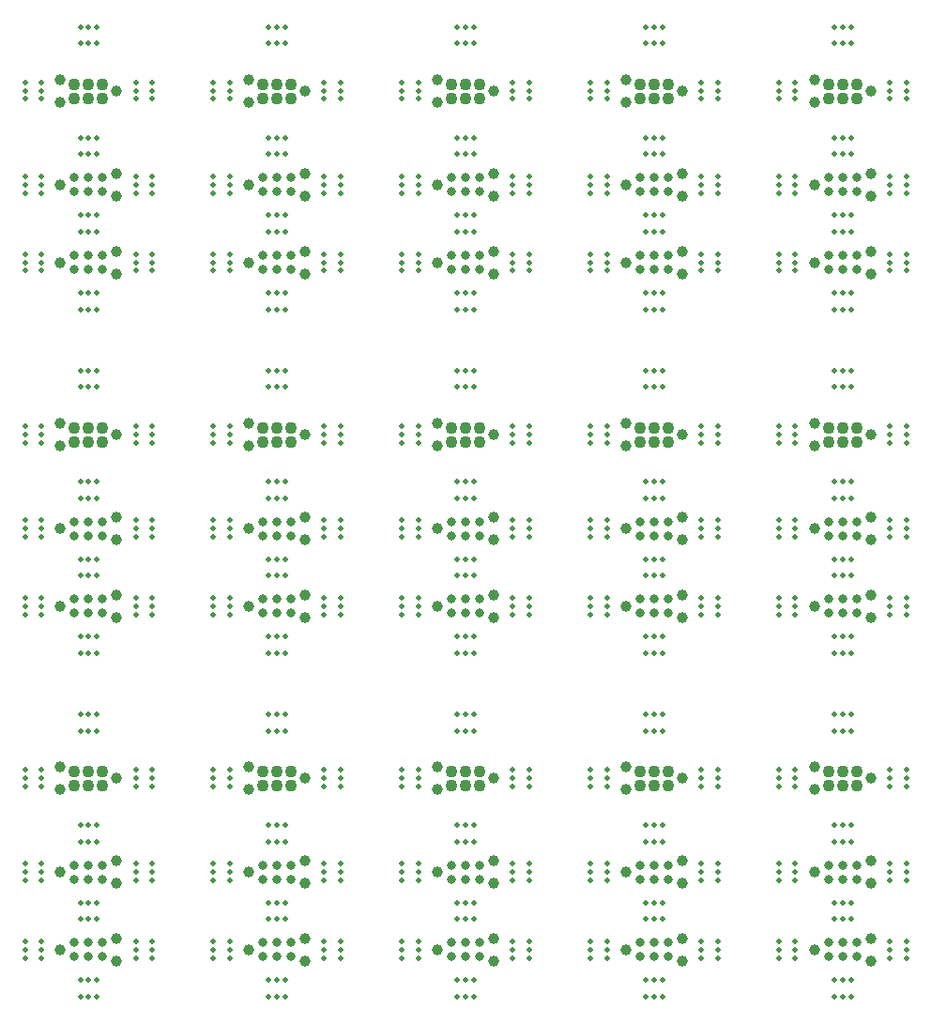
<source format=gbr>
%TF.GenerationSoftware,KiCad,Pcbnew,(7.0.0)*%
%TF.CreationDate,2023-03-26T22:08:02+02:00*%
%TF.ProjectId,PogoProbe 2030,506f676f-5072-46f6-9265-20323033302e,rev?*%
%TF.SameCoordinates,Original*%
%TF.FileFunction,Soldermask,Bot*%
%TF.FilePolarity,Negative*%
%FSLAX46Y46*%
G04 Gerber Fmt 4.6, Leading zero omitted, Abs format (unit mm)*
G04 Created by KiCad (PCBNEW (7.0.0)) date 2023-03-26 22:08:02*
%MOMM*%
%LPD*%
G01*
G04 APERTURE LIST*
%ADD10C,0.500000*%
%ADD11C,0.990600*%
%ADD12C,1.100000*%
%ADD13C,0.800000*%
G04 APERTURE END LIST*
D10*
%TO.C,mouse-bite-2mm-slot*%
X175750000Y-63749999D03*
X174250000Y-63749999D03*
X175750000Y-64499999D03*
X174250000Y-64499999D03*
X175750000Y-65249999D03*
X174250000Y-65249999D03*
%TD*%
%TO.C,mouse-bite-2mm-slot*%
X175750000Y-70749999D03*
X174250000Y-70749999D03*
X175750000Y-71499999D03*
X174250000Y-71499999D03*
X175750000Y-72249999D03*
X174250000Y-72249999D03*
%TD*%
%TO.C,mouse-bite-2mm-slot*%
X180750000Y-51749998D03*
X180750000Y-50249998D03*
X180000000Y-51749998D03*
X180000000Y-50249998D03*
X179250000Y-51749998D03*
X179250000Y-50249998D03*
%TD*%
%TO.C,mouse-bite-2mm-slot*%
X180750000Y-61749999D03*
X180750000Y-60249999D03*
X180000000Y-61749999D03*
X180000000Y-60249999D03*
X179250000Y-61749999D03*
X179250000Y-60249999D03*
%TD*%
%TO.C,mouse-bite-2mm-slot*%
X185750000Y-55249998D03*
X184250000Y-55249998D03*
X185750000Y-55999998D03*
X184250000Y-55999998D03*
X185750000Y-56749998D03*
X184250000Y-56749998D03*
%TD*%
%TO.C,mouse-bite-2mm-slot*%
X185750000Y-63749998D03*
X184250000Y-63749998D03*
X185750000Y-64499998D03*
X184250000Y-64499998D03*
X185750000Y-65249998D03*
X184250000Y-65249998D03*
%TD*%
D11*
%TO.C,REF\u002A\u002A*%
X182540000Y-118050000D03*
X177460000Y-119066000D03*
X177460000Y-117034000D03*
D12*
X181270000Y-118685000D03*
X181270000Y-117415000D03*
X180000000Y-118685000D03*
X180000000Y-117415000D03*
X178730000Y-118685000D03*
X178730000Y-117415000D03*
%TD*%
D11*
%TO.C,J1*%
X177460000Y-126500000D03*
D13*
X178730000Y-125865000D03*
X178730000Y-127135000D03*
X180000000Y-125865000D03*
X180000000Y-127135000D03*
X181270000Y-125865000D03*
X181270000Y-127135000D03*
D11*
X182540000Y-125484000D03*
X182540000Y-127516000D03*
%TD*%
D10*
%TO.C,mouse-bite-2mm-slot*%
X180750000Y-130750000D03*
X180750000Y-129250000D03*
X180000000Y-130750000D03*
X180000000Y-129250000D03*
X179250000Y-130750000D03*
X179250000Y-129250000D03*
%TD*%
%TO.C,mouse-bite-2mm-slot*%
X180750000Y-137750000D03*
X180750000Y-136250000D03*
X180000000Y-137750000D03*
X180000000Y-136250000D03*
X179250000Y-137750000D03*
X179250000Y-136250000D03*
%TD*%
%TO.C,mouse-bite-2mm-slot*%
X175750000Y-117250000D03*
X174250000Y-117250000D03*
X175750000Y-118000000D03*
X174250000Y-118000000D03*
X175750000Y-118750000D03*
X174250000Y-118750000D03*
%TD*%
%TO.C,mouse-bite-2mm-slot*%
X175750000Y-132750000D03*
X174250000Y-132750000D03*
X175750000Y-133500000D03*
X174250000Y-133500000D03*
X175750000Y-134250000D03*
X174250000Y-134250000D03*
%TD*%
%TO.C,mouse-bite-2mm-slot*%
X175750000Y-125750000D03*
X174250000Y-125750000D03*
X175750000Y-126500000D03*
X174250000Y-126500000D03*
X175750000Y-127250000D03*
X174250000Y-127250000D03*
%TD*%
D11*
%TO.C,J1*%
X177460000Y-133500000D03*
D13*
X178730000Y-132865000D03*
X178730000Y-134135000D03*
X180000000Y-132865000D03*
X180000000Y-134135000D03*
X181270000Y-132865000D03*
X181270000Y-134135000D03*
D11*
X182540000Y-132484000D03*
X182540000Y-134516000D03*
%TD*%
D10*
%TO.C,mouse-bite-2mm-slot*%
X180750000Y-123750000D03*
X180750000Y-122250000D03*
X180000000Y-123750000D03*
X180000000Y-122250000D03*
X179250000Y-123750000D03*
X179250000Y-122250000D03*
%TD*%
%TO.C,mouse-bite-2mm-slot*%
X185750000Y-132749999D03*
X184250000Y-132749999D03*
X185750000Y-133499999D03*
X184250000Y-133499999D03*
X185750000Y-134249999D03*
X184250000Y-134249999D03*
%TD*%
%TO.C,mouse-bite-2mm-slot*%
X185750000Y-117249999D03*
X184250000Y-117249999D03*
X185750000Y-117999999D03*
X184250000Y-117999999D03*
X185750000Y-118749999D03*
X184250000Y-118749999D03*
%TD*%
%TO.C,mouse-bite-2mm-slot*%
X185750000Y-125749999D03*
X184250000Y-125749999D03*
X185750000Y-126499999D03*
X184250000Y-126499999D03*
X185750000Y-127249999D03*
X184250000Y-127249999D03*
%TD*%
%TO.C,mouse-bite-2mm-slot*%
X180750000Y-82749998D03*
X180750000Y-81249998D03*
X180000000Y-82749998D03*
X180000000Y-81249998D03*
X179250000Y-82749998D03*
X179250000Y-81249998D03*
%TD*%
%TO.C,mouse-bite-2mm-slot*%
X180750000Y-92749999D03*
X180750000Y-91249999D03*
X180000000Y-92749999D03*
X180000000Y-91249999D03*
X179250000Y-92749999D03*
X179250000Y-91249999D03*
%TD*%
%TO.C,mouse-bite-2mm-slot*%
X185750000Y-86249998D03*
X184250000Y-86249998D03*
X185750000Y-86999998D03*
X184250000Y-86999998D03*
X185750000Y-87749998D03*
X184250000Y-87749998D03*
%TD*%
%TO.C,mouse-bite-2mm-slot*%
X185750000Y-94749998D03*
X184250000Y-94749998D03*
X185750000Y-95499998D03*
X184250000Y-95499998D03*
X185750000Y-96249998D03*
X184250000Y-96249998D03*
%TD*%
%TO.C,mouse-bite-2mm-slot*%
X175750000Y-101749999D03*
X174250000Y-101749999D03*
X175750000Y-102499999D03*
X174250000Y-102499999D03*
X175750000Y-103249999D03*
X174250000Y-103249999D03*
%TD*%
%TO.C,mouse-bite-2mm-slot*%
X175750000Y-94749999D03*
X174250000Y-94749999D03*
X175750000Y-95499999D03*
X174250000Y-95499999D03*
X175750000Y-96249999D03*
X174250000Y-96249999D03*
%TD*%
D11*
%TO.C,J1*%
X177460000Y-102499999D03*
D13*
X178730000Y-101864999D03*
X178730000Y-103134999D03*
X180000000Y-101864999D03*
X180000000Y-103134999D03*
X181270000Y-101864999D03*
X181270000Y-103134999D03*
D11*
X182540000Y-101483999D03*
X182540000Y-103515999D03*
%TD*%
D10*
%TO.C,mouse-bite-2mm-slot*%
X185750000Y-101749998D03*
X184250000Y-101749998D03*
X185750000Y-102499998D03*
X184250000Y-102499998D03*
X185750000Y-103249998D03*
X184250000Y-103249998D03*
%TD*%
D11*
%TO.C,J1*%
X177460000Y-95499999D03*
D13*
X178730000Y-94864999D03*
X178730000Y-96134999D03*
X180000000Y-94864999D03*
X180000000Y-96134999D03*
X181270000Y-94864999D03*
X181270000Y-96134999D03*
D11*
X182540000Y-94483999D03*
X182540000Y-96515999D03*
%TD*%
D10*
%TO.C,mouse-bite-2mm-slot*%
X180750000Y-99749999D03*
X180750000Y-98249999D03*
X180000000Y-99749999D03*
X180000000Y-98249999D03*
X179250000Y-99749999D03*
X179250000Y-98249999D03*
%TD*%
%TO.C,mouse-bite-2mm-slot*%
X175750000Y-86249999D03*
X174250000Y-86249999D03*
X175750000Y-86999999D03*
X174250000Y-86999999D03*
X175750000Y-87749999D03*
X174250000Y-87749999D03*
%TD*%
%TO.C,mouse-bite-2mm-slot*%
X180750000Y-75749999D03*
X180750000Y-74249999D03*
X180000000Y-75749999D03*
X180000000Y-74249999D03*
X179250000Y-75749999D03*
X179250000Y-74249999D03*
%TD*%
%TO.C,mouse-bite-2mm-slot*%
X175750000Y-55249999D03*
X174250000Y-55249999D03*
X175750000Y-55999999D03*
X174250000Y-55999999D03*
X175750000Y-56749999D03*
X174250000Y-56749999D03*
%TD*%
D11*
%TO.C,REF\u002A\u002A*%
X182540000Y-56049999D03*
X177460000Y-57065999D03*
X177460000Y-55033999D03*
D12*
X181270000Y-56684999D03*
X181270000Y-55414999D03*
X180000000Y-56684999D03*
X180000000Y-55414999D03*
X178730000Y-56684999D03*
X178730000Y-55414999D03*
%TD*%
D10*
%TO.C,mouse-bite-2mm-slot*%
X180750000Y-106749999D03*
X180750000Y-105249999D03*
X180000000Y-106749999D03*
X180000000Y-105249999D03*
X179250000Y-106749999D03*
X179250000Y-105249999D03*
%TD*%
%TO.C,mouse-bite-2mm-slot*%
X180750000Y-113749999D03*
X180750000Y-112249999D03*
X180000000Y-113749999D03*
X180000000Y-112249999D03*
X179250000Y-113749999D03*
X179250000Y-112249999D03*
%TD*%
D11*
%TO.C,REF\u002A\u002A*%
X182540000Y-87049999D03*
X177460000Y-88065999D03*
X177460000Y-86033999D03*
D12*
X181270000Y-87684999D03*
X181270000Y-86414999D03*
X180000000Y-87684999D03*
X180000000Y-86414999D03*
X178730000Y-87684999D03*
X178730000Y-86414999D03*
%TD*%
D11*
%TO.C,J1*%
X177460000Y-71499999D03*
D13*
X178730000Y-70864999D03*
X178730000Y-72134999D03*
X180000000Y-70864999D03*
X180000000Y-72134999D03*
X181270000Y-70864999D03*
X181270000Y-72134999D03*
D11*
X182540000Y-70483999D03*
X182540000Y-72515999D03*
%TD*%
D10*
%TO.C,mouse-bite-2mm-slot*%
X185750000Y-70749998D03*
X184250000Y-70749998D03*
X185750000Y-71499998D03*
X184250000Y-71499998D03*
X185750000Y-72249998D03*
X184250000Y-72249998D03*
%TD*%
D11*
%TO.C,J1*%
X177460000Y-64499999D03*
D13*
X178730000Y-63864999D03*
X178730000Y-65134999D03*
X180000000Y-63864999D03*
X180000000Y-65134999D03*
X181270000Y-63864999D03*
X181270000Y-65134999D03*
D11*
X182540000Y-63483999D03*
X182540000Y-65515999D03*
%TD*%
D10*
%TO.C,mouse-bite-2mm-slot*%
X180750000Y-68749999D03*
X180750000Y-67249999D03*
X180000000Y-68749999D03*
X180000000Y-67249999D03*
X179250000Y-68749999D03*
X179250000Y-67249999D03*
%TD*%
%TO.C,mouse-bite-2mm-slot*%
X158750000Y-63749999D03*
X157250000Y-63749999D03*
X158750000Y-64499999D03*
X157250000Y-64499999D03*
X158750000Y-65249999D03*
X157250000Y-65249999D03*
%TD*%
%TO.C,mouse-bite-2mm-slot*%
X158750000Y-70749999D03*
X157250000Y-70749999D03*
X158750000Y-71499999D03*
X157250000Y-71499999D03*
X158750000Y-72249999D03*
X157250000Y-72249999D03*
%TD*%
%TO.C,mouse-bite-2mm-slot*%
X163750000Y-51749998D03*
X163750000Y-50249998D03*
X163000000Y-51749998D03*
X163000000Y-50249998D03*
X162250000Y-51749998D03*
X162250000Y-50249998D03*
%TD*%
%TO.C,mouse-bite-2mm-slot*%
X163750000Y-61749999D03*
X163750000Y-60249999D03*
X163000000Y-61749999D03*
X163000000Y-60249999D03*
X162250000Y-61749999D03*
X162250000Y-60249999D03*
%TD*%
%TO.C,mouse-bite-2mm-slot*%
X168750000Y-55249998D03*
X167250000Y-55249998D03*
X168750000Y-55999998D03*
X167250000Y-55999998D03*
X168750000Y-56749998D03*
X167250000Y-56749998D03*
%TD*%
%TO.C,mouse-bite-2mm-slot*%
X168750000Y-63749998D03*
X167250000Y-63749998D03*
X168750000Y-64499998D03*
X167250000Y-64499998D03*
X168750000Y-65249998D03*
X167250000Y-65249998D03*
%TD*%
D11*
%TO.C,REF\u002A\u002A*%
X165540000Y-118050000D03*
X160460000Y-119066000D03*
X160460000Y-117034000D03*
D12*
X164270000Y-118685000D03*
X164270000Y-117415000D03*
X163000000Y-118685000D03*
X163000000Y-117415000D03*
X161730000Y-118685000D03*
X161730000Y-117415000D03*
%TD*%
D11*
%TO.C,J1*%
X160460000Y-126500000D03*
D13*
X161730000Y-125865000D03*
X161730000Y-127135000D03*
X163000000Y-125865000D03*
X163000000Y-127135000D03*
X164270000Y-125865000D03*
X164270000Y-127135000D03*
D11*
X165540000Y-125484000D03*
X165540000Y-127516000D03*
%TD*%
D10*
%TO.C,mouse-bite-2mm-slot*%
X163750000Y-130750000D03*
X163750000Y-129250000D03*
X163000000Y-130750000D03*
X163000000Y-129250000D03*
X162250000Y-130750000D03*
X162250000Y-129250000D03*
%TD*%
%TO.C,mouse-bite-2mm-slot*%
X163750000Y-137750000D03*
X163750000Y-136250000D03*
X163000000Y-137750000D03*
X163000000Y-136250000D03*
X162250000Y-137750000D03*
X162250000Y-136250000D03*
%TD*%
%TO.C,mouse-bite-2mm-slot*%
X158750000Y-117250000D03*
X157250000Y-117250000D03*
X158750000Y-118000000D03*
X157250000Y-118000000D03*
X158750000Y-118750000D03*
X157250000Y-118750000D03*
%TD*%
%TO.C,mouse-bite-2mm-slot*%
X158750000Y-132750000D03*
X157250000Y-132750000D03*
X158750000Y-133500000D03*
X157250000Y-133500000D03*
X158750000Y-134250000D03*
X157250000Y-134250000D03*
%TD*%
%TO.C,mouse-bite-2mm-slot*%
X158750000Y-125750000D03*
X157250000Y-125750000D03*
X158750000Y-126500000D03*
X157250000Y-126500000D03*
X158750000Y-127250000D03*
X157250000Y-127250000D03*
%TD*%
D11*
%TO.C,J1*%
X160460000Y-133500000D03*
D13*
X161730000Y-132865000D03*
X161730000Y-134135000D03*
X163000000Y-132865000D03*
X163000000Y-134135000D03*
X164270000Y-132865000D03*
X164270000Y-134135000D03*
D11*
X165540000Y-132484000D03*
X165540000Y-134516000D03*
%TD*%
D10*
%TO.C,mouse-bite-2mm-slot*%
X163750000Y-123750000D03*
X163750000Y-122250000D03*
X163000000Y-123750000D03*
X163000000Y-122250000D03*
X162250000Y-123750000D03*
X162250000Y-122250000D03*
%TD*%
%TO.C,mouse-bite-2mm-slot*%
X168750000Y-132749999D03*
X167250000Y-132749999D03*
X168750000Y-133499999D03*
X167250000Y-133499999D03*
X168750000Y-134249999D03*
X167250000Y-134249999D03*
%TD*%
%TO.C,mouse-bite-2mm-slot*%
X168750000Y-117249999D03*
X167250000Y-117249999D03*
X168750000Y-117999999D03*
X167250000Y-117999999D03*
X168750000Y-118749999D03*
X167250000Y-118749999D03*
%TD*%
%TO.C,mouse-bite-2mm-slot*%
X168750000Y-125749999D03*
X167250000Y-125749999D03*
X168750000Y-126499999D03*
X167250000Y-126499999D03*
X168750000Y-127249999D03*
X167250000Y-127249999D03*
%TD*%
%TO.C,mouse-bite-2mm-slot*%
X163750000Y-82749998D03*
X163750000Y-81249998D03*
X163000000Y-82749998D03*
X163000000Y-81249998D03*
X162250000Y-82749998D03*
X162250000Y-81249998D03*
%TD*%
%TO.C,mouse-bite-2mm-slot*%
X163750000Y-92749999D03*
X163750000Y-91249999D03*
X163000000Y-92749999D03*
X163000000Y-91249999D03*
X162250000Y-92749999D03*
X162250000Y-91249999D03*
%TD*%
%TO.C,mouse-bite-2mm-slot*%
X168750000Y-86249998D03*
X167250000Y-86249998D03*
X168750000Y-86999998D03*
X167250000Y-86999998D03*
X168750000Y-87749998D03*
X167250000Y-87749998D03*
%TD*%
%TO.C,mouse-bite-2mm-slot*%
X168750000Y-94749998D03*
X167250000Y-94749998D03*
X168750000Y-95499998D03*
X167250000Y-95499998D03*
X168750000Y-96249998D03*
X167250000Y-96249998D03*
%TD*%
%TO.C,mouse-bite-2mm-slot*%
X158750000Y-101749999D03*
X157250000Y-101749999D03*
X158750000Y-102499999D03*
X157250000Y-102499999D03*
X158750000Y-103249999D03*
X157250000Y-103249999D03*
%TD*%
%TO.C,mouse-bite-2mm-slot*%
X158750000Y-94749999D03*
X157250000Y-94749999D03*
X158750000Y-95499999D03*
X157250000Y-95499999D03*
X158750000Y-96249999D03*
X157250000Y-96249999D03*
%TD*%
D11*
%TO.C,J1*%
X160460000Y-102499999D03*
D13*
X161730000Y-101864999D03*
X161730000Y-103134999D03*
X163000000Y-101864999D03*
X163000000Y-103134999D03*
X164270000Y-101864999D03*
X164270000Y-103134999D03*
D11*
X165540000Y-101483999D03*
X165540000Y-103515999D03*
%TD*%
D10*
%TO.C,mouse-bite-2mm-slot*%
X168750000Y-101749998D03*
X167250000Y-101749998D03*
X168750000Y-102499998D03*
X167250000Y-102499998D03*
X168750000Y-103249998D03*
X167250000Y-103249998D03*
%TD*%
D11*
%TO.C,J1*%
X160460000Y-95499999D03*
D13*
X161730000Y-94864999D03*
X161730000Y-96134999D03*
X163000000Y-94864999D03*
X163000000Y-96134999D03*
X164270000Y-94864999D03*
X164270000Y-96134999D03*
D11*
X165540000Y-94483999D03*
X165540000Y-96515999D03*
%TD*%
D10*
%TO.C,mouse-bite-2mm-slot*%
X163750000Y-99749999D03*
X163750000Y-98249999D03*
X163000000Y-99749999D03*
X163000000Y-98249999D03*
X162250000Y-99749999D03*
X162250000Y-98249999D03*
%TD*%
%TO.C,mouse-bite-2mm-slot*%
X158750000Y-86249999D03*
X157250000Y-86249999D03*
X158750000Y-86999999D03*
X157250000Y-86999999D03*
X158750000Y-87749999D03*
X157250000Y-87749999D03*
%TD*%
%TO.C,mouse-bite-2mm-slot*%
X163750000Y-75749999D03*
X163750000Y-74249999D03*
X163000000Y-75749999D03*
X163000000Y-74249999D03*
X162250000Y-75749999D03*
X162250000Y-74249999D03*
%TD*%
%TO.C,mouse-bite-2mm-slot*%
X158750000Y-55249999D03*
X157250000Y-55249999D03*
X158750000Y-55999999D03*
X157250000Y-55999999D03*
X158750000Y-56749999D03*
X157250000Y-56749999D03*
%TD*%
D11*
%TO.C,REF\u002A\u002A*%
X165540000Y-56049999D03*
X160460000Y-57065999D03*
X160460000Y-55033999D03*
D12*
X164270000Y-56684999D03*
X164270000Y-55414999D03*
X163000000Y-56684999D03*
X163000000Y-55414999D03*
X161730000Y-56684999D03*
X161730000Y-55414999D03*
%TD*%
D10*
%TO.C,mouse-bite-2mm-slot*%
X163750000Y-106749999D03*
X163750000Y-105249999D03*
X163000000Y-106749999D03*
X163000000Y-105249999D03*
X162250000Y-106749999D03*
X162250000Y-105249999D03*
%TD*%
%TO.C,mouse-bite-2mm-slot*%
X163750000Y-113749999D03*
X163750000Y-112249999D03*
X163000000Y-113749999D03*
X163000000Y-112249999D03*
X162250000Y-113749999D03*
X162250000Y-112249999D03*
%TD*%
D11*
%TO.C,REF\u002A\u002A*%
X165540000Y-87049999D03*
X160460000Y-88065999D03*
X160460000Y-86033999D03*
D12*
X164270000Y-87684999D03*
X164270000Y-86414999D03*
X163000000Y-87684999D03*
X163000000Y-86414999D03*
X161730000Y-87684999D03*
X161730000Y-86414999D03*
%TD*%
D11*
%TO.C,J1*%
X160460000Y-71499999D03*
D13*
X161730000Y-70864999D03*
X161730000Y-72134999D03*
X163000000Y-70864999D03*
X163000000Y-72134999D03*
X164270000Y-70864999D03*
X164270000Y-72134999D03*
D11*
X165540000Y-70483999D03*
X165540000Y-72515999D03*
%TD*%
D10*
%TO.C,mouse-bite-2mm-slot*%
X168750000Y-70749998D03*
X167250000Y-70749998D03*
X168750000Y-71499998D03*
X167250000Y-71499998D03*
X168750000Y-72249998D03*
X167250000Y-72249998D03*
%TD*%
D11*
%TO.C,J1*%
X160460000Y-64499999D03*
D13*
X161730000Y-63864999D03*
X161730000Y-65134999D03*
X163000000Y-63864999D03*
X163000000Y-65134999D03*
X164270000Y-63864999D03*
X164270000Y-65134999D03*
D11*
X165540000Y-63483999D03*
X165540000Y-65515999D03*
%TD*%
D10*
%TO.C,mouse-bite-2mm-slot*%
X163750000Y-68749999D03*
X163750000Y-67249999D03*
X163000000Y-68749999D03*
X163000000Y-67249999D03*
X162250000Y-68749999D03*
X162250000Y-67249999D03*
%TD*%
%TO.C,mouse-bite-2mm-slot*%
X141750000Y-63749999D03*
X140250000Y-63749999D03*
X141750000Y-64499999D03*
X140250000Y-64499999D03*
X141750000Y-65249999D03*
X140250000Y-65249999D03*
%TD*%
%TO.C,mouse-bite-2mm-slot*%
X141750000Y-70749999D03*
X140250000Y-70749999D03*
X141750000Y-71499999D03*
X140250000Y-71499999D03*
X141750000Y-72249999D03*
X140250000Y-72249999D03*
%TD*%
%TO.C,mouse-bite-2mm-slot*%
X146750000Y-51749998D03*
X146750000Y-50249998D03*
X146000000Y-51749998D03*
X146000000Y-50249998D03*
X145250000Y-51749998D03*
X145250000Y-50249998D03*
%TD*%
%TO.C,mouse-bite-2mm-slot*%
X146750000Y-61749999D03*
X146750000Y-60249999D03*
X146000000Y-61749999D03*
X146000000Y-60249999D03*
X145250000Y-61749999D03*
X145250000Y-60249999D03*
%TD*%
%TO.C,mouse-bite-2mm-slot*%
X151750000Y-55249998D03*
X150250000Y-55249998D03*
X151750000Y-55999998D03*
X150250000Y-55999998D03*
X151750000Y-56749998D03*
X150250000Y-56749998D03*
%TD*%
%TO.C,mouse-bite-2mm-slot*%
X151750000Y-63749998D03*
X150250000Y-63749998D03*
X151750000Y-64499998D03*
X150250000Y-64499998D03*
X151750000Y-65249998D03*
X150250000Y-65249998D03*
%TD*%
D11*
%TO.C,REF\u002A\u002A*%
X148540000Y-118050000D03*
X143460000Y-119066000D03*
X143460000Y-117034000D03*
D12*
X147270000Y-118685000D03*
X147270000Y-117415000D03*
X146000000Y-118685000D03*
X146000000Y-117415000D03*
X144730000Y-118685000D03*
X144730000Y-117415000D03*
%TD*%
D11*
%TO.C,J1*%
X143460000Y-126500000D03*
D13*
X144730000Y-125865000D03*
X144730000Y-127135000D03*
X146000000Y-125865000D03*
X146000000Y-127135000D03*
X147270000Y-125865000D03*
X147270000Y-127135000D03*
D11*
X148540000Y-125484000D03*
X148540000Y-127516000D03*
%TD*%
D10*
%TO.C,mouse-bite-2mm-slot*%
X146750000Y-130750000D03*
X146750000Y-129250000D03*
X146000000Y-130750000D03*
X146000000Y-129250000D03*
X145250000Y-130750000D03*
X145250000Y-129250000D03*
%TD*%
%TO.C,mouse-bite-2mm-slot*%
X146750000Y-137750000D03*
X146750000Y-136250000D03*
X146000000Y-137750000D03*
X146000000Y-136250000D03*
X145250000Y-137750000D03*
X145250000Y-136250000D03*
%TD*%
%TO.C,mouse-bite-2mm-slot*%
X141750000Y-117250000D03*
X140250000Y-117250000D03*
X141750000Y-118000000D03*
X140250000Y-118000000D03*
X141750000Y-118750000D03*
X140250000Y-118750000D03*
%TD*%
%TO.C,mouse-bite-2mm-slot*%
X141750000Y-132750000D03*
X140250000Y-132750000D03*
X141750000Y-133500000D03*
X140250000Y-133500000D03*
X141750000Y-134250000D03*
X140250000Y-134250000D03*
%TD*%
%TO.C,mouse-bite-2mm-slot*%
X141750000Y-125750000D03*
X140250000Y-125750000D03*
X141750000Y-126500000D03*
X140250000Y-126500000D03*
X141750000Y-127250000D03*
X140250000Y-127250000D03*
%TD*%
D11*
%TO.C,J1*%
X143460000Y-133500000D03*
D13*
X144730000Y-132865000D03*
X144730000Y-134135000D03*
X146000000Y-132865000D03*
X146000000Y-134135000D03*
X147270000Y-132865000D03*
X147270000Y-134135000D03*
D11*
X148540000Y-132484000D03*
X148540000Y-134516000D03*
%TD*%
D10*
%TO.C,mouse-bite-2mm-slot*%
X146750000Y-123750000D03*
X146750000Y-122250000D03*
X146000000Y-123750000D03*
X146000000Y-122250000D03*
X145250000Y-123750000D03*
X145250000Y-122250000D03*
%TD*%
%TO.C,mouse-bite-2mm-slot*%
X151750000Y-132749999D03*
X150250000Y-132749999D03*
X151750000Y-133499999D03*
X150250000Y-133499999D03*
X151750000Y-134249999D03*
X150250000Y-134249999D03*
%TD*%
%TO.C,mouse-bite-2mm-slot*%
X151750000Y-117249999D03*
X150250000Y-117249999D03*
X151750000Y-117999999D03*
X150250000Y-117999999D03*
X151750000Y-118749999D03*
X150250000Y-118749999D03*
%TD*%
%TO.C,mouse-bite-2mm-slot*%
X151750000Y-125749999D03*
X150250000Y-125749999D03*
X151750000Y-126499999D03*
X150250000Y-126499999D03*
X151750000Y-127249999D03*
X150250000Y-127249999D03*
%TD*%
%TO.C,mouse-bite-2mm-slot*%
X146750000Y-82749998D03*
X146750000Y-81249998D03*
X146000000Y-82749998D03*
X146000000Y-81249998D03*
X145250000Y-82749998D03*
X145250000Y-81249998D03*
%TD*%
%TO.C,mouse-bite-2mm-slot*%
X146750000Y-92749999D03*
X146750000Y-91249999D03*
X146000000Y-92749999D03*
X146000000Y-91249999D03*
X145250000Y-92749999D03*
X145250000Y-91249999D03*
%TD*%
%TO.C,mouse-bite-2mm-slot*%
X151750000Y-86249998D03*
X150250000Y-86249998D03*
X151750000Y-86999998D03*
X150250000Y-86999998D03*
X151750000Y-87749998D03*
X150250000Y-87749998D03*
%TD*%
%TO.C,mouse-bite-2mm-slot*%
X151750000Y-94749998D03*
X150250000Y-94749998D03*
X151750000Y-95499998D03*
X150250000Y-95499998D03*
X151750000Y-96249998D03*
X150250000Y-96249998D03*
%TD*%
%TO.C,mouse-bite-2mm-slot*%
X141750000Y-101749999D03*
X140250000Y-101749999D03*
X141750000Y-102499999D03*
X140250000Y-102499999D03*
X141750000Y-103249999D03*
X140250000Y-103249999D03*
%TD*%
%TO.C,mouse-bite-2mm-slot*%
X141750000Y-94749999D03*
X140250000Y-94749999D03*
X141750000Y-95499999D03*
X140250000Y-95499999D03*
X141750000Y-96249999D03*
X140250000Y-96249999D03*
%TD*%
D11*
%TO.C,J1*%
X143460000Y-102499999D03*
D13*
X144730000Y-101864999D03*
X144730000Y-103134999D03*
X146000000Y-101864999D03*
X146000000Y-103134999D03*
X147270000Y-101864999D03*
X147270000Y-103134999D03*
D11*
X148540000Y-101483999D03*
X148540000Y-103515999D03*
%TD*%
D10*
%TO.C,mouse-bite-2mm-slot*%
X151750000Y-101749998D03*
X150250000Y-101749998D03*
X151750000Y-102499998D03*
X150250000Y-102499998D03*
X151750000Y-103249998D03*
X150250000Y-103249998D03*
%TD*%
D11*
%TO.C,J1*%
X143460000Y-95499999D03*
D13*
X144730000Y-94864999D03*
X144730000Y-96134999D03*
X146000000Y-94864999D03*
X146000000Y-96134999D03*
X147270000Y-94864999D03*
X147270000Y-96134999D03*
D11*
X148540000Y-94483999D03*
X148540000Y-96515999D03*
%TD*%
D10*
%TO.C,mouse-bite-2mm-slot*%
X146750000Y-99749999D03*
X146750000Y-98249999D03*
X146000000Y-99749999D03*
X146000000Y-98249999D03*
X145250000Y-99749999D03*
X145250000Y-98249999D03*
%TD*%
%TO.C,mouse-bite-2mm-slot*%
X141750000Y-86249999D03*
X140250000Y-86249999D03*
X141750000Y-86999999D03*
X140250000Y-86999999D03*
X141750000Y-87749999D03*
X140250000Y-87749999D03*
%TD*%
%TO.C,mouse-bite-2mm-slot*%
X146750000Y-75749999D03*
X146750000Y-74249999D03*
X146000000Y-75749999D03*
X146000000Y-74249999D03*
X145250000Y-75749999D03*
X145250000Y-74249999D03*
%TD*%
%TO.C,mouse-bite-2mm-slot*%
X141750000Y-55249999D03*
X140250000Y-55249999D03*
X141750000Y-55999999D03*
X140250000Y-55999999D03*
X141750000Y-56749999D03*
X140250000Y-56749999D03*
%TD*%
D11*
%TO.C,REF\u002A\u002A*%
X148540000Y-56049999D03*
X143460000Y-57065999D03*
X143460000Y-55033999D03*
D12*
X147270000Y-56684999D03*
X147270000Y-55414999D03*
X146000000Y-56684999D03*
X146000000Y-55414999D03*
X144730000Y-56684999D03*
X144730000Y-55414999D03*
%TD*%
D10*
%TO.C,mouse-bite-2mm-slot*%
X146750000Y-106749999D03*
X146750000Y-105249999D03*
X146000000Y-106749999D03*
X146000000Y-105249999D03*
X145250000Y-106749999D03*
X145250000Y-105249999D03*
%TD*%
%TO.C,mouse-bite-2mm-slot*%
X146750000Y-113749999D03*
X146750000Y-112249999D03*
X146000000Y-113749999D03*
X146000000Y-112249999D03*
X145250000Y-113749999D03*
X145250000Y-112249999D03*
%TD*%
D11*
%TO.C,REF\u002A\u002A*%
X148540000Y-87049999D03*
X143460000Y-88065999D03*
X143460000Y-86033999D03*
D12*
X147270000Y-87684999D03*
X147270000Y-86414999D03*
X146000000Y-87684999D03*
X146000000Y-86414999D03*
X144730000Y-87684999D03*
X144730000Y-86414999D03*
%TD*%
D11*
%TO.C,J1*%
X143460000Y-71499999D03*
D13*
X144730000Y-70864999D03*
X144730000Y-72134999D03*
X146000000Y-70864999D03*
X146000000Y-72134999D03*
X147270000Y-70864999D03*
X147270000Y-72134999D03*
D11*
X148540000Y-70483999D03*
X148540000Y-72515999D03*
%TD*%
D10*
%TO.C,mouse-bite-2mm-slot*%
X151750000Y-70749998D03*
X150250000Y-70749998D03*
X151750000Y-71499998D03*
X150250000Y-71499998D03*
X151750000Y-72249998D03*
X150250000Y-72249998D03*
%TD*%
D11*
%TO.C,J1*%
X143460000Y-64499999D03*
D13*
X144730000Y-63864999D03*
X144730000Y-65134999D03*
X146000000Y-63864999D03*
X146000000Y-65134999D03*
X147270000Y-63864999D03*
X147270000Y-65134999D03*
D11*
X148540000Y-63483999D03*
X148540000Y-65515999D03*
%TD*%
D10*
%TO.C,mouse-bite-2mm-slot*%
X146750000Y-68749999D03*
X146750000Y-67249999D03*
X146000000Y-68749999D03*
X146000000Y-67249999D03*
X145250000Y-68749999D03*
X145250000Y-67249999D03*
%TD*%
%TO.C,mouse-bite-2mm-slot*%
X124750000Y-63749999D03*
X123250000Y-63749999D03*
X124750000Y-64499999D03*
X123250000Y-64499999D03*
X124750000Y-65249999D03*
X123250000Y-65249999D03*
%TD*%
%TO.C,mouse-bite-2mm-slot*%
X124750000Y-70749999D03*
X123250000Y-70749999D03*
X124750000Y-71499999D03*
X123250000Y-71499999D03*
X124750000Y-72249999D03*
X123250000Y-72249999D03*
%TD*%
%TO.C,mouse-bite-2mm-slot*%
X129750000Y-51749998D03*
X129750000Y-50249998D03*
X129000000Y-51749998D03*
X129000000Y-50249998D03*
X128250000Y-51749998D03*
X128250000Y-50249998D03*
%TD*%
%TO.C,mouse-bite-2mm-slot*%
X129750000Y-61749999D03*
X129750000Y-60249999D03*
X129000000Y-61749999D03*
X129000000Y-60249999D03*
X128250000Y-61749999D03*
X128250000Y-60249999D03*
%TD*%
%TO.C,mouse-bite-2mm-slot*%
X134750000Y-55249998D03*
X133250000Y-55249998D03*
X134750000Y-55999998D03*
X133250000Y-55999998D03*
X134750000Y-56749998D03*
X133250000Y-56749998D03*
%TD*%
%TO.C,mouse-bite-2mm-slot*%
X134750000Y-63749998D03*
X133250000Y-63749998D03*
X134750000Y-64499998D03*
X133250000Y-64499998D03*
X134750000Y-65249998D03*
X133250000Y-65249998D03*
%TD*%
D11*
%TO.C,REF\u002A\u002A*%
X131540000Y-118050000D03*
X126460000Y-119066000D03*
X126460000Y-117034000D03*
D12*
X130270000Y-118685000D03*
X130270000Y-117415000D03*
X129000000Y-118685000D03*
X129000000Y-117415000D03*
X127730000Y-118685000D03*
X127730000Y-117415000D03*
%TD*%
D11*
%TO.C,J1*%
X126460000Y-126500000D03*
D13*
X127730000Y-125865000D03*
X127730000Y-127135000D03*
X129000000Y-125865000D03*
X129000000Y-127135000D03*
X130270000Y-125865000D03*
X130270000Y-127135000D03*
D11*
X131540000Y-125484000D03*
X131540000Y-127516000D03*
%TD*%
D10*
%TO.C,mouse-bite-2mm-slot*%
X129750000Y-130750000D03*
X129750000Y-129250000D03*
X129000000Y-130750000D03*
X129000000Y-129250000D03*
X128250000Y-130750000D03*
X128250000Y-129250000D03*
%TD*%
%TO.C,mouse-bite-2mm-slot*%
X129750000Y-137750000D03*
X129750000Y-136250000D03*
X129000000Y-137750000D03*
X129000000Y-136250000D03*
X128250000Y-137750000D03*
X128250000Y-136250000D03*
%TD*%
%TO.C,mouse-bite-2mm-slot*%
X124750000Y-117250000D03*
X123250000Y-117250000D03*
X124750000Y-118000000D03*
X123250000Y-118000000D03*
X124750000Y-118750000D03*
X123250000Y-118750000D03*
%TD*%
%TO.C,mouse-bite-2mm-slot*%
X124750000Y-132750000D03*
X123250000Y-132750000D03*
X124750000Y-133500000D03*
X123250000Y-133500000D03*
X124750000Y-134250000D03*
X123250000Y-134250000D03*
%TD*%
%TO.C,mouse-bite-2mm-slot*%
X124750000Y-125750000D03*
X123250000Y-125750000D03*
X124750000Y-126500000D03*
X123250000Y-126500000D03*
X124750000Y-127250000D03*
X123250000Y-127250000D03*
%TD*%
D11*
%TO.C,J1*%
X126460000Y-133500000D03*
D13*
X127730000Y-132865000D03*
X127730000Y-134135000D03*
X129000000Y-132865000D03*
X129000000Y-134135000D03*
X130270000Y-132865000D03*
X130270000Y-134135000D03*
D11*
X131540000Y-132484000D03*
X131540000Y-134516000D03*
%TD*%
D10*
%TO.C,mouse-bite-2mm-slot*%
X129750000Y-123750000D03*
X129750000Y-122250000D03*
X129000000Y-123750000D03*
X129000000Y-122250000D03*
X128250000Y-123750000D03*
X128250000Y-122250000D03*
%TD*%
%TO.C,mouse-bite-2mm-slot*%
X134750000Y-132749999D03*
X133250000Y-132749999D03*
X134750000Y-133499999D03*
X133250000Y-133499999D03*
X134750000Y-134249999D03*
X133250000Y-134249999D03*
%TD*%
%TO.C,mouse-bite-2mm-slot*%
X134750000Y-117249999D03*
X133250000Y-117249999D03*
X134750000Y-117999999D03*
X133250000Y-117999999D03*
X134750000Y-118749999D03*
X133250000Y-118749999D03*
%TD*%
%TO.C,mouse-bite-2mm-slot*%
X134750000Y-125749999D03*
X133250000Y-125749999D03*
X134750000Y-126499999D03*
X133250000Y-126499999D03*
X134750000Y-127249999D03*
X133250000Y-127249999D03*
%TD*%
%TO.C,mouse-bite-2mm-slot*%
X129750000Y-82749998D03*
X129750000Y-81249998D03*
X129000000Y-82749998D03*
X129000000Y-81249998D03*
X128250000Y-82749998D03*
X128250000Y-81249998D03*
%TD*%
%TO.C,mouse-bite-2mm-slot*%
X129750000Y-92749999D03*
X129750000Y-91249999D03*
X129000000Y-92749999D03*
X129000000Y-91249999D03*
X128250000Y-92749999D03*
X128250000Y-91249999D03*
%TD*%
%TO.C,mouse-bite-2mm-slot*%
X134750000Y-86249998D03*
X133250000Y-86249998D03*
X134750000Y-86999998D03*
X133250000Y-86999998D03*
X134750000Y-87749998D03*
X133250000Y-87749998D03*
%TD*%
%TO.C,mouse-bite-2mm-slot*%
X134750000Y-94749998D03*
X133250000Y-94749998D03*
X134750000Y-95499998D03*
X133250000Y-95499998D03*
X134750000Y-96249998D03*
X133250000Y-96249998D03*
%TD*%
%TO.C,mouse-bite-2mm-slot*%
X124750000Y-101749999D03*
X123250000Y-101749999D03*
X124750000Y-102499999D03*
X123250000Y-102499999D03*
X124750000Y-103249999D03*
X123250000Y-103249999D03*
%TD*%
%TO.C,mouse-bite-2mm-slot*%
X124750000Y-94749999D03*
X123250000Y-94749999D03*
X124750000Y-95499999D03*
X123250000Y-95499999D03*
X124750000Y-96249999D03*
X123250000Y-96249999D03*
%TD*%
D11*
%TO.C,J1*%
X126460000Y-102499999D03*
D13*
X127730000Y-101864999D03*
X127730000Y-103134999D03*
X129000000Y-101864999D03*
X129000000Y-103134999D03*
X130270000Y-101864999D03*
X130270000Y-103134999D03*
D11*
X131540000Y-101483999D03*
X131540000Y-103515999D03*
%TD*%
D10*
%TO.C,mouse-bite-2mm-slot*%
X134750000Y-101749998D03*
X133250000Y-101749998D03*
X134750000Y-102499998D03*
X133250000Y-102499998D03*
X134750000Y-103249998D03*
X133250000Y-103249998D03*
%TD*%
D11*
%TO.C,J1*%
X126460000Y-95499999D03*
D13*
X127730000Y-94864999D03*
X127730000Y-96134999D03*
X129000000Y-94864999D03*
X129000000Y-96134999D03*
X130270000Y-94864999D03*
X130270000Y-96134999D03*
D11*
X131540000Y-94483999D03*
X131540000Y-96515999D03*
%TD*%
D10*
%TO.C,mouse-bite-2mm-slot*%
X129750000Y-99749999D03*
X129750000Y-98249999D03*
X129000000Y-99749999D03*
X129000000Y-98249999D03*
X128250000Y-99749999D03*
X128250000Y-98249999D03*
%TD*%
%TO.C,mouse-bite-2mm-slot*%
X124750000Y-86249999D03*
X123250000Y-86249999D03*
X124750000Y-86999999D03*
X123250000Y-86999999D03*
X124750000Y-87749999D03*
X123250000Y-87749999D03*
%TD*%
%TO.C,mouse-bite-2mm-slot*%
X129750000Y-75749999D03*
X129750000Y-74249999D03*
X129000000Y-75749999D03*
X129000000Y-74249999D03*
X128250000Y-75749999D03*
X128250000Y-74249999D03*
%TD*%
%TO.C,mouse-bite-2mm-slot*%
X124750000Y-55249999D03*
X123250000Y-55249999D03*
X124750000Y-55999999D03*
X123250000Y-55999999D03*
X124750000Y-56749999D03*
X123250000Y-56749999D03*
%TD*%
D11*
%TO.C,REF\u002A\u002A*%
X131540000Y-56049999D03*
X126460000Y-57065999D03*
X126460000Y-55033999D03*
D12*
X130270000Y-56684999D03*
X130270000Y-55414999D03*
X129000000Y-56684999D03*
X129000000Y-55414999D03*
X127730000Y-56684999D03*
X127730000Y-55414999D03*
%TD*%
D10*
%TO.C,mouse-bite-2mm-slot*%
X129750000Y-106749999D03*
X129750000Y-105249999D03*
X129000000Y-106749999D03*
X129000000Y-105249999D03*
X128250000Y-106749999D03*
X128250000Y-105249999D03*
%TD*%
%TO.C,mouse-bite-2mm-slot*%
X129750000Y-113749999D03*
X129750000Y-112249999D03*
X129000000Y-113749999D03*
X129000000Y-112249999D03*
X128250000Y-113749999D03*
X128250000Y-112249999D03*
%TD*%
D11*
%TO.C,REF\u002A\u002A*%
X131540000Y-87049999D03*
X126460000Y-88065999D03*
X126460000Y-86033999D03*
D12*
X130270000Y-87684999D03*
X130270000Y-86414999D03*
X129000000Y-87684999D03*
X129000000Y-86414999D03*
X127730000Y-87684999D03*
X127730000Y-86414999D03*
%TD*%
D11*
%TO.C,J1*%
X126460000Y-71499999D03*
D13*
X127730000Y-70864999D03*
X127730000Y-72134999D03*
X129000000Y-70864999D03*
X129000000Y-72134999D03*
X130270000Y-70864999D03*
X130270000Y-72134999D03*
D11*
X131540000Y-70483999D03*
X131540000Y-72515999D03*
%TD*%
D10*
%TO.C,mouse-bite-2mm-slot*%
X134750000Y-70749998D03*
X133250000Y-70749998D03*
X134750000Y-71499998D03*
X133250000Y-71499998D03*
X134750000Y-72249998D03*
X133250000Y-72249998D03*
%TD*%
D11*
%TO.C,J1*%
X126460000Y-64499999D03*
D13*
X127730000Y-63864999D03*
X127730000Y-65134999D03*
X129000000Y-63864999D03*
X129000000Y-65134999D03*
X130270000Y-63864999D03*
X130270000Y-65134999D03*
D11*
X131540000Y-63483999D03*
X131540000Y-65515999D03*
%TD*%
D10*
%TO.C,mouse-bite-2mm-slot*%
X129750000Y-68749999D03*
X129750000Y-67249999D03*
X129000000Y-68749999D03*
X129000000Y-67249999D03*
X128250000Y-68749999D03*
X128250000Y-67249999D03*
%TD*%
%TO.C,mouse-bite-2mm-slot*%
X111250000Y-50249999D03*
X111250000Y-51749999D03*
X112000000Y-50249999D03*
X112000000Y-51749999D03*
X112750000Y-50249999D03*
X112750000Y-51749999D03*
%TD*%
%TO.C,mouse-bite-2mm-slot*%
X111250000Y-60250000D03*
X111250000Y-61750000D03*
X112000000Y-60250000D03*
X112000000Y-61750000D03*
X112750000Y-60250000D03*
X112750000Y-61750000D03*
%TD*%
%TO.C,mouse-bite-2mm-slot*%
X116250000Y-56749999D03*
X117750000Y-56749999D03*
X116250000Y-55999999D03*
X117750000Y-55999999D03*
X116250000Y-55249999D03*
X117750000Y-55249999D03*
%TD*%
%TO.C,mouse-bite-2mm-slot*%
X116250000Y-65249999D03*
X117750000Y-65249999D03*
X116250000Y-64499999D03*
X117750000Y-64499999D03*
X116250000Y-63749999D03*
X117750000Y-63749999D03*
%TD*%
%TO.C,mouse-bite-2mm-slot*%
X106250000Y-72250000D03*
X107750000Y-72250000D03*
X106250000Y-71500000D03*
X107750000Y-71500000D03*
X106250000Y-70750000D03*
X107750000Y-70750000D03*
%TD*%
%TO.C,mouse-bite-2mm-slot*%
X106250000Y-65250000D03*
X107750000Y-65250000D03*
X106250000Y-64500000D03*
X107750000Y-64500000D03*
X106250000Y-63750000D03*
X107750000Y-63750000D03*
%TD*%
D11*
%TO.C,J1*%
X114540000Y-72516000D03*
X114540000Y-70484000D03*
D13*
X113270000Y-72135000D03*
X113270000Y-70865000D03*
X112000000Y-72135000D03*
X112000000Y-70865000D03*
X110730000Y-72135000D03*
X110730000Y-70865000D03*
D11*
X109460000Y-71500000D03*
%TD*%
D10*
%TO.C,mouse-bite-2mm-slot*%
X116250000Y-72249999D03*
X117750000Y-72249999D03*
X116250000Y-71499999D03*
X117750000Y-71499999D03*
X116250000Y-70749999D03*
X117750000Y-70749999D03*
%TD*%
D11*
%TO.C,J1*%
X114540000Y-65516000D03*
X114540000Y-63484000D03*
D13*
X113270000Y-65135000D03*
X113270000Y-63865000D03*
X112000000Y-65135000D03*
X112000000Y-63865000D03*
X110730000Y-65135000D03*
X110730000Y-63865000D03*
D11*
X109460000Y-64500000D03*
%TD*%
D10*
%TO.C,mouse-bite-2mm-slot*%
X111250000Y-67250000D03*
X111250000Y-68750000D03*
X112000000Y-67250000D03*
X112000000Y-68750000D03*
X112750000Y-67250000D03*
X112750000Y-68750000D03*
%TD*%
%TO.C,mouse-bite-2mm-slot*%
X106250000Y-56750000D03*
X107750000Y-56750000D03*
X106250000Y-56000000D03*
X107750000Y-56000000D03*
X106250000Y-55250000D03*
X107750000Y-55250000D03*
%TD*%
%TO.C,mouse-bite-2mm-slot*%
X111250000Y-74250000D03*
X111250000Y-75750000D03*
X112000000Y-74250000D03*
X112000000Y-75750000D03*
X112750000Y-74250000D03*
X112750000Y-75750000D03*
%TD*%
D12*
%TO.C,REF\u002A\u002A*%
X110730000Y-55415000D03*
X110730000Y-56685000D03*
X112000000Y-55415000D03*
X112000000Y-56685000D03*
X113270000Y-55415000D03*
X113270000Y-56685000D03*
D11*
X109460000Y-55034000D03*
X109460000Y-57066000D03*
X114540000Y-56050000D03*
%TD*%
D12*
%TO.C,REF\u002A\u002A*%
X110730000Y-86415000D03*
X110730000Y-87685000D03*
X112000000Y-86415000D03*
X112000000Y-87685000D03*
X113270000Y-86415000D03*
X113270000Y-87685000D03*
D11*
X109460000Y-86034000D03*
X109460000Y-88066000D03*
X114540000Y-87050000D03*
%TD*%
%TO.C,J1*%
X114540000Y-96516000D03*
X114540000Y-94484000D03*
D13*
X113270000Y-96135000D03*
X113270000Y-94865000D03*
X112000000Y-96135000D03*
X112000000Y-94865000D03*
X110730000Y-96135000D03*
X110730000Y-94865000D03*
D11*
X109460000Y-95500000D03*
%TD*%
D10*
%TO.C,mouse-bite-2mm-slot*%
X111250000Y-98250000D03*
X111250000Y-99750000D03*
X112000000Y-98250000D03*
X112000000Y-99750000D03*
X112750000Y-98250000D03*
X112750000Y-99750000D03*
%TD*%
%TO.C,mouse-bite-2mm-slot*%
X111250000Y-105250000D03*
X111250000Y-106750000D03*
X112000000Y-105250000D03*
X112000000Y-106750000D03*
X112750000Y-105250000D03*
X112750000Y-106750000D03*
%TD*%
%TO.C,mouse-bite-2mm-slot*%
X106250000Y-87750000D03*
X107750000Y-87750000D03*
X106250000Y-87000000D03*
X107750000Y-87000000D03*
X106250000Y-86250000D03*
X107750000Y-86250000D03*
%TD*%
%TO.C,mouse-bite-2mm-slot*%
X106250000Y-103250000D03*
X107750000Y-103250000D03*
X106250000Y-102500000D03*
X107750000Y-102500000D03*
X106250000Y-101750000D03*
X107750000Y-101750000D03*
%TD*%
%TO.C,mouse-bite-2mm-slot*%
X106250000Y-96250000D03*
X107750000Y-96250000D03*
X106250000Y-95500000D03*
X107750000Y-95500000D03*
X106250000Y-94750000D03*
X107750000Y-94750000D03*
%TD*%
D11*
%TO.C,J1*%
X114540000Y-103516000D03*
X114540000Y-101484000D03*
D13*
X113270000Y-103135000D03*
X113270000Y-101865000D03*
X112000000Y-103135000D03*
X112000000Y-101865000D03*
X110730000Y-103135000D03*
X110730000Y-101865000D03*
D11*
X109460000Y-102500000D03*
%TD*%
D10*
%TO.C,mouse-bite-2mm-slot*%
X111250000Y-91250000D03*
X111250000Y-92750000D03*
X112000000Y-91250000D03*
X112000000Y-92750000D03*
X112750000Y-91250000D03*
X112750000Y-92750000D03*
%TD*%
%TO.C,mouse-bite-2mm-slot*%
X116250000Y-103249999D03*
X117750000Y-103249999D03*
X116250000Y-102499999D03*
X117750000Y-102499999D03*
X116250000Y-101749999D03*
X117750000Y-101749999D03*
%TD*%
%TO.C,mouse-bite-2mm-slot*%
X116250000Y-87749999D03*
X117750000Y-87749999D03*
X116250000Y-86999999D03*
X117750000Y-86999999D03*
X116250000Y-86249999D03*
X117750000Y-86249999D03*
%TD*%
%TO.C,mouse-bite-2mm-slot*%
X116250000Y-96249999D03*
X117750000Y-96249999D03*
X116250000Y-95499999D03*
X117750000Y-95499999D03*
X116250000Y-94749999D03*
X117750000Y-94749999D03*
%TD*%
%TO.C,mouse-bite-2mm-slot*%
X111250000Y-81249999D03*
X111250000Y-82749999D03*
X112000000Y-81249999D03*
X112000000Y-82749999D03*
X112750000Y-81249999D03*
X112750000Y-82749999D03*
%TD*%
%TO.C,mouse-bite-2mm-slot*%
X117750000Y-132750000D03*
X116250000Y-132750000D03*
X117750000Y-133500000D03*
X116250000Y-133500000D03*
X117750000Y-134250000D03*
X116250000Y-134250000D03*
%TD*%
%TO.C,mouse-bite-2mm-slot*%
X117750000Y-125750000D03*
X116250000Y-125750000D03*
X117750000Y-126500000D03*
X116250000Y-126500000D03*
X117750000Y-127250000D03*
X116250000Y-127250000D03*
%TD*%
%TO.C,mouse-bite-2mm-slot*%
X117750000Y-117250000D03*
X116250000Y-117250000D03*
X117750000Y-118000000D03*
X116250000Y-118000000D03*
X117750000Y-118750000D03*
X116250000Y-118750000D03*
%TD*%
D11*
%TO.C,J1*%
X109460000Y-126500001D03*
D13*
X110730000Y-125865001D03*
X110730000Y-127135001D03*
X112000000Y-125865001D03*
X112000000Y-127135001D03*
X113270000Y-125865001D03*
X113270000Y-127135001D03*
D11*
X114540000Y-125484001D03*
X114540000Y-127516001D03*
%TD*%
%TO.C,REF\u002A\u002A*%
X114540000Y-118050001D03*
X109460000Y-119066001D03*
X109460000Y-117034001D03*
D12*
X113270000Y-118685001D03*
X113270000Y-117415001D03*
X112000000Y-118685001D03*
X112000000Y-117415001D03*
X110730000Y-118685001D03*
X110730000Y-117415001D03*
%TD*%
D10*
%TO.C,mouse-bite-2mm-slot*%
X112750000Y-130750001D03*
X112750000Y-129250001D03*
X112000000Y-130750001D03*
X112000000Y-129250001D03*
X111250000Y-130750001D03*
X111250000Y-129250001D03*
%TD*%
%TO.C,mouse-bite-2mm-slot*%
X112750000Y-123750001D03*
X112750000Y-122250001D03*
X112000000Y-123750001D03*
X112000000Y-122250001D03*
X111250000Y-123750001D03*
X111250000Y-122250001D03*
%TD*%
%TO.C,mouse-bite-2mm-slot*%
X112750000Y-137750001D03*
X112750000Y-136250001D03*
X112000000Y-137750001D03*
X112000000Y-136250001D03*
X111250000Y-137750001D03*
X111250000Y-136250001D03*
%TD*%
D11*
%TO.C,J1*%
X109460000Y-133500001D03*
D13*
X110730000Y-132865001D03*
X110730000Y-134135001D03*
X112000000Y-132865001D03*
X112000000Y-134135001D03*
X113270000Y-132865001D03*
X113270000Y-134135001D03*
D11*
X114540000Y-132484001D03*
X114540000Y-134516001D03*
%TD*%
D10*
%TO.C,mouse-bite-2mm-slot*%
X107750000Y-125750001D03*
X106250000Y-125750001D03*
X107750000Y-126500001D03*
X106250000Y-126500001D03*
X107750000Y-127250001D03*
X106250000Y-127250001D03*
%TD*%
%TO.C,mouse-bite-2mm-slot*%
X107750000Y-117250001D03*
X106250000Y-117250001D03*
X107750000Y-118000001D03*
X106250000Y-118000001D03*
X107750000Y-118750001D03*
X106250000Y-118750001D03*
%TD*%
%TO.C,mouse-bite-2mm-slot*%
X107750000Y-132750001D03*
X106250000Y-132750001D03*
X107750000Y-133500001D03*
X106250000Y-133500001D03*
X107750000Y-134250001D03*
X106250000Y-134250001D03*
%TD*%
%TO.C,mouse-bite-2mm-slot*%
X111250000Y-112250000D03*
X111250000Y-113750000D03*
X112000000Y-112250000D03*
X112000000Y-113750000D03*
X112750000Y-112250000D03*
X112750000Y-113750000D03*
%TD*%
M02*

</source>
